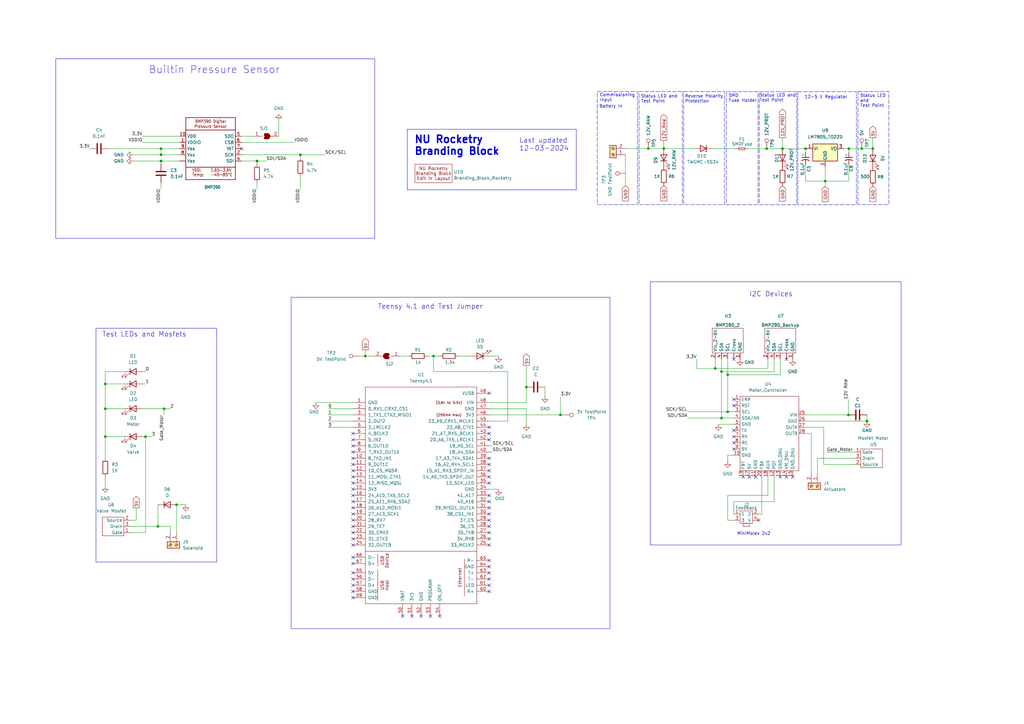
<source format=kicad_sch>
(kicad_sch (version 20230121) (generator eeschema)
  (paper "A3")
  (title_block (title "Spaceport 2024: Payload") (date "2024-03-12") (rev "Rev 1") (company "NuRocketry"))
  (junction (at 347.98 170.18))
  (junction (at 356.87 -32.385))
  (junction (at 123.19 63.5))
  (junction (at 334.01 -27.305))
  (junction (at 66.04 63.5))
  (junction (at 348.1578 60.96))
  (junction (at 105.41 66.04))
  (junction (at 215.9 158.75))
  (junction (at 43.18 179.07))
  (junction (at 330.3778 60.96))
  (junction (at 229.87 170.18))
  (junction (at 66.04 66.04))
  (junction (at 66.04 60.96))
  (junction (at 374.65 -32.385))
  (junction (at 357.9876 60.9346))
  (junction (at 149.86 146.05))
  (junction (at 355.6 172.72))
  (junction (at 298.45 168.91))
  (junction (at 67.31 167.64))
  (junction (at 298.45 153.67))
  (junction (at 72.39 207.01))
  (junction (at 338.455 74.2696))
  (junction (at 43.18 157.48))
  (junction (at 43.18 167.64))
  (junction (at 64.77 215.9))
  (junction (at 295.91 152.4))
  (junction (at 313.69 -40.005))
  (junction (at 272.2626 60.9092))
  (junction (at 293.37 151.13))
  (junction (at 228.6 -33.655))
  (junction (at 59.69 179.07))
  (junction (at 320.929 60.96))
  (junction (at 295.91 171.45))
  (junction (at 177.8 146.05))
  (junction (at 281.305 -33.655))
  (junction (at 265.9126 60.9092))
  (junction (at 234.95 -33.655))
  (junction (at 314.452 60.96))
  (junction (at 353.441 60.9346))
  (no_connect (at 144.78 185.42))
  (no_connect (at 322.58 147.32))
  (no_connect (at 144.78 210.82))
  (no_connect (at 144.78 180.34))
  (no_connect (at 180.34 252.73))
  (no_connect (at 200.66 220.98))
  (no_connect (at 144.78 234.95))
  (no_connect (at 144.78 245.11))
  (no_connect (at 200.66 175.26))
  (no_connect (at 300.99 163.83))
  (no_connect (at 311.15 213.36))
  (no_connect (at 144.78 190.5))
  (no_connect (at 300.99 147.32))
  (no_connect (at 307.34 195.58))
  (no_connect (at 144.78 215.9))
  (no_connect (at 200.66 223.52))
  (no_connect (at 304.8 195.58))
  (no_connect (at 144.78 231.14))
  (no_connect (at 322.58 195.58))
  (no_connect (at 144.78 208.28))
  (no_connect (at 144.78 218.44))
  (no_connect (at 320.04 195.58))
  (no_connect (at 200.66 193.04))
  (no_connect (at 144.78 223.52))
  (no_connect (at 168.91 252.73))
  (no_connect (at 325.12 195.58))
  (no_connect (at 144.78 237.49))
  (no_connect (at 200.66 229.87))
  (no_connect (at 165.1 252.73))
  (no_connect (at 144.78 242.57))
  (no_connect (at 300.99 176.53))
  (no_connect (at 200.66 180.34))
  (no_connect (at 200.66 161.29))
  (no_connect (at 200.66 237.49))
  (no_connect (at 144.78 203.2))
  (no_connect (at 200.66 213.36))
  (no_connect (at 99.06 60.96))
  (no_connect (at 200.66 190.5))
  (no_connect (at 144.78 220.98))
  (no_connect (at 200.66 232.41))
  (no_connect (at 176.53 252.73))
  (no_connect (at 200.66 210.82))
  (no_connect (at 300.99 184.15))
  (no_connect (at 200.66 205.74))
  (no_connect (at 144.78 187.96))
  (no_connect (at 309.88 195.58))
  (no_connect (at 200.66 215.9))
  (no_connect (at 172.72 252.73))
  (no_connect (at 144.78 213.36))
  (no_connect (at 200.66 198.12))
  (no_connect (at 200.66 177.8))
  (no_connect (at 144.78 177.8))
  (no_connect (at 144.78 240.03))
  (no_connect (at 200.66 218.44))
  (no_connect (at 200.66 234.95))
  (no_connect (at 300.99 166.37))
  (no_connect (at 200.66 195.58))
  (no_connect (at 144.78 205.74))
  (no_connect (at 144.78 228.6))
  (no_connect (at 200.66 187.96))
  (no_connect (at 144.78 200.66))
  (no_connect (at 144.78 182.88))
  (no_connect (at 200.66 242.57))
  (no_connect (at 300.99 179.07))
  (no_connect (at 144.78 198.12))
  (no_connect (at 200.66 203.2))
  (no_connect (at 200.66 208.28))
  (no_connect (at 144.78 195.58))
  (no_connect (at 144.78 193.04))
  (no_connect (at 200.66 240.03))
  (no_connect (at 300.99 181.61))
  (wire (pts (xy 234.95 -31.115) (xy 234.95 -33.655)))
  (wire (pts (xy 374.65 -32.385) (xy 374.65 -29.845)))
  (wire (pts (xy 43.18 167.64) (xy 43.18 179.07)))
  (wire (pts (xy 292.1 -23.495) (xy 292.1 -26.035)))
  (wire (pts (xy 256.5146 60.9092) (xy 265.9126 60.9092)))
  (wire (pts (xy 334.01 -28.575) (xy 334.01 -27.305)))
  (wire (pts (xy 357.9876 60.9346) (xy 357.9876 61.1124)))
  (wire (pts (xy 99.06 66.04) (xy 105.41 66.04)))
  (wire (pts (xy 200.66 170.18) (xy 229.87 170.18)))
  (wire (pts (xy 374.65 -32.385) (xy 374.65 -40.005)))
  (wire (pts (xy 53.34 213.36) (xy 55.88 213.36)))
  (wire (pts (xy 298.45 147.32) (xy 298.45 153.67)))
  (wire (pts (xy 43.18 157.48) (xy 43.18 167.64)))
  (wire (pts (xy 374.65 -32.385) (xy 386.08 -32.385)))
  (wire (pts (xy 76.2 207.01) (xy 72.39 207.01)))
  (wire (pts (xy 55.88 213.36) (xy 55.88 208.28)))
  (wire (pts (xy 175.26 146.05) (xy 177.8 146.05)))
  (wire (pts (xy 67.31 167.64) (xy 58.42 167.64)))
  (wire (pts (xy 356.87 -32.385) (xy 356.87 -29.845)))
  (wire (pts (xy 355.6 170.18) (xy 355.6 172.72)))
  (wire (pts (xy 43.18 157.48) (xy 43.18 152.4)))
  (wire (pts (xy 313.69 -45.085) (xy 313.69 -40.005)))
  (wire (pts (xy 66.04 77.47) (xy 66.04 74.93)))
  (wire (pts (xy 265.9126 60.9092) (xy 272.2626 60.9092)))
  (wire (pts (xy 44.45 60.96) (xy 66.04 60.96)))
  (wire (pts (xy 317.5 205.74) (xy 300.99 205.74)))
  (wire (pts (xy 64.77 207.01) (xy 64.77 215.9)))
  (wire (pts (xy 317.5 152.4) (xy 317.5 147.32)))
  (wire (pts (xy 281.305 -33.655) (xy 284.48 -33.655)))
  (wire (pts (xy 177.8 152.4) (xy 208.28 152.4)))
  (wire (pts (xy 294.64 173.99) (xy 300.99 173.99)))
  (wire (pts (xy 134.62 175.26) (xy 144.78 175.26)))
  (wire (pts (xy 313.69 -40.005) (xy 328.93 -40.005)))
  (wire (pts (xy 177.8 152.4) (xy 177.8 146.05)))
  (wire (pts (xy 293.37 151.13) (xy 314.96 151.13)))
  (wire (pts (xy 215.9 149.86) (xy 215.9 158.75)))
  (wire (pts (xy 215.9 167.64) (xy 200.66 167.64)))
  (wire (pts (xy 59.69 179.07) (xy 59.69 218.44)))
  (wire (pts (xy 298.45 153.67) (xy 298.45 168.91)))
  (wire (pts (xy 123.19 77.47) (xy 123.19 72.39)))
  (wire (pts (xy 59.69 157.48) (xy 58.42 157.48)))
  (wire (pts (xy 339.09 185.42) (xy 350.52 185.42)))
  (wire (pts (xy 347.98 170.18) (xy 330.2 170.18)))
  (wire (pts (xy 295.91 152.4) (xy 317.5 152.4)))
  (wire (pts (xy 347.98 -32.385) (xy 356.87 -32.385)))
  (wire (pts (xy 208.28 172.72) (xy 208.28 152.4)))
  (wire (pts (xy 347.98 163.83) (xy 347.98 170.18)))
  (wire (pts (xy 256.5146 63.4492) (xy 256.5146 76.1492)))
  (wire (pts (xy 163.83 146.05) (xy 167.64 146.05)))
  (wire (pts (xy 200.66 146.05) (xy 204.47 146.05)))
  (wire (pts (xy 300.99 205.74) (xy 300.99 210.82)))
  (wire (pts (xy 105.41 66.04) (xy 109.22 66.04)))
  (wire (pts (xy 330.3778 73.3044) (xy 330.3778 67.6148)))
  (wire (pts (xy 69.85 218.44) (xy 69.85 215.9)))
  (wire (pts (xy 134.62 172.72) (xy 144.78 172.72)))
  (wire (pts (xy 301.752 60.96) (xy 292.3286 60.96)))
  (wire (pts (xy 43.18 152.4) (xy 50.8 152.4)))
  (wire (pts (xy 66.04 66.04) (xy 66.04 67.31)))
  (wire (pts (xy 43.18 195.58) (xy 43.18 199.39)))
  (wire (pts (xy 134.62 167.64) (xy 144.78 167.64)))
  (wire (pts (xy 54.61 66.04) (xy 66.04 66.04)))
  (wire (pts (xy 295.91 147.32) (xy 295.91 152.4)))
  (wire (pts (xy 228.6 -33.655) (xy 232.41 -33.655)))
  (wire (pts (xy 348.1578 67.6148) (xy 348.1578 74.2696)))
  (wire (pts (xy 67.31 170.18) (xy 67.31 167.64)))
  (wire (pts (xy 314.96 195.58) (xy 314.96 203.2)))
  (wire (pts (xy 105.41 77.47) (xy 105.41 74.93)))
  (wire (pts (xy 330.3778 60.96) (xy 330.3778 62.5348)))
  (wire (pts (xy 105.41 66.04) (xy 105.41 67.31)))
  (wire (pts (xy 311.15 210.82) (xy 312.42 210.82)))
  (wire (pts (xy 278.765 -33.655) (xy 281.305 -33.655)))
  (wire (pts (xy 281.305 -37.465) (xy 281.305 -33.655)))
  (wire (pts (xy 295.91 171.45) (xy 281.94 171.45)))
  (wire (pts (xy 215.9 165.1) (xy 200.66 165.1)))
  (wire (pts (xy 337.82 175.26) (xy 337.82 190.5)))
  (wire (pts (xy 177.8 146.05) (xy 180.34 146.05)))
  (wire (pts (xy 314.96 151.13) (xy 314.96 147.32)))
  (wire (pts (xy 295.91 171.45) (xy 300.99 171.45)))
  (wire (pts (xy 314.96 203.2) (xy 298.45 203.2)))
  (wire (pts (xy 134.62 170.18) (xy 144.78 170.18)))
  (wire (pts (xy 298.45 203.2) (xy 298.45 213.36)))
  (wire (pts (xy 285.75 151.13) (xy 293.37 151.13)))
  (wire (pts (xy 295.91 152.4) (xy 295.91 171.45)))
  (wire (pts (xy 58.42 55.88) (xy 73.66 55.88)))
  (wire (pts (xy 234.95 -33.655) (xy 240.03 -33.655)))
  (wire (pts (xy 320.929 60.96) (xy 330.3778 60.96)))
  (wire (pts (xy 298.45 168.91) (xy 281.94 168.91)))
  (wire (pts (xy 223.52 162.56) (xy 223.52 158.75)))
  (wire (pts (xy 99.06 55.88) (xy 104.14 55.88)))
  (wire (pts (xy 147.32 146.05) (xy 149.86 146.05)))
  (wire (pts (xy 338.455 74.2696) (xy 348.1578 74.2696)))
  (wire (pts (xy 123.19 63.5) (xy 133.35 63.5)))
  (wire (pts (xy 234.95 -40.005) (xy 234.95 -33.655)))
  (wire (pts (xy 43.18 157.48) (xy 50.8 157.48)))
  (wire (pts (xy 215.9 173.99) (xy 215.9 167.64)))
  (wire (pts (xy 59.69 152.4) (xy 58.42 152.4)))
  (wire (pts (xy 330.2 177.8) (xy 332.74 177.8)))
  (wire (pts (xy 66.04 63.5) (xy 73.66 63.5)))
  (wire (pts (xy 357.9876 56.4642) (xy 357.9876 60.9346)))
  (wire (pts (xy 187.96 146.05) (xy 193.04 146.05)))
  (wire (pts (xy 271.145 -33.655) (xy 259.08 -33.655)))
  (wire (pts (xy 59.69 179.07) (xy 58.42 179.07)))
  (wire (pts (xy 54.61 63.5) (xy 66.04 63.5)))
  (wire (pts (xy 149.86 143.51) (xy 149.86 146.05)))
  (wire (pts (xy 228.6 -38.735) (xy 228.6 -33.655)))
  (wire (pts (xy 64.77 215.9) (xy 53.34 215.9)))
  (wire (pts (xy 272.2626 57.6072) (xy 272.2626 60.9092)))
  (wire (pts (xy 338.455 68.58) (xy 338.455 74.2696)))
  (wire (pts (xy 338.455 74.2696) (xy 338.455 76.4032)))
  (wire (pts (xy 334.01 -27.305) (xy 336.55 -27.305)))
  (wire (pts (xy 114.3 49.53) (xy 114.3 55.88)))
  (wire (pts (xy 62.23 179.07) (xy 59.69 179.07)))
  (wire (pts (xy 72.39 207.01) (xy 72.39 218.44)))
  (wire (pts (xy 320.04 153.67) (xy 320.04 147.32)))
  (wire (pts (xy 332.74 177.8) (xy 332.74 194.31)))
  (wire (pts (xy 353.441 60.9346) (xy 357.9876 60.9346)))
  (wire (pts (xy 292.3286 60.96) (xy 292.3286 60.9092)))
  (wire (pts (xy 43.18 179.07) (xy 50.8 179.07)))
  (wire (pts (xy 304.8 -36.195) (xy 304.8 -33.655)))
  (wire (pts (xy 69.85 215.9) (xy 64.77 215.9)))
  (wire (pts (xy 346.075 60.96) (xy 348.1578 60.96)))
  (wire (pts (xy 353.441 60.96) (xy 353.441 60.9346)))
  (wire (pts (xy 201.93 185.42) (xy 200.66 185.42)))
  (wire (pts (xy 99.06 58.42) (xy 120.65 58.42)))
  (wire (pts (xy 312.42 210.82) (xy 312.42 195.58)))
  (wire (pts (xy 330.4032 74.2696) (xy 338.455 74.2696)))
  (wire (pts (xy 285.75 147.32) (xy 285.75 151.13)))
  (wire (pts (xy 58.42 58.42) (xy 73.66 58.42)))
  (wire (pts (xy 123.19 64.77) (xy 123.19 63.5)))
  (wire (pts (xy 232.41 -40.005) (xy 232.41 -33.655)))
  (wire (pts (xy 99.06 63.5) (xy 123.19 63.5)))
  (wire (pts (xy 231.14 170.18) (xy 229.87 170.18)))
  (wire (pts (xy 330.4032 73.3044) (xy 330.4032 74.2696)))
  (wire (pts (xy 200.66 172.72) (xy 208.28 172.72)))
  (wire (pts (xy 293.37 147.32) (xy 293.37 151.13)))
  (wire (pts (xy 66.04 60.96) (xy 73.66 60.96)))
  (wire (pts (xy 336.55 -28.575) (xy 336.55 -27.305)))
  (wire (pts (xy 229.87 162.56) (xy 229.87 170.18)))
  (wire (pts (xy 59.69 218.44) (xy 53.34 218.44)))
  (wire (pts (xy 334.01 -27.305) (xy 334.01 -22.225)))
  (wire (pts (xy 149.86 146.05) (xy 153.67 146.05)))
  (wire (pts (xy 330.3778 60.96) (xy 330.835 60.96)))
  (wire (pts (xy 298.45 186.69) (xy 300.99 186.69)))
  (wire (pts (xy 215.9 158.75) (xy 215.9 165.1)))
  (wire (pts (xy 356.87 -32.385) (xy 361.95 -32.385)))
  (wire (pts (xy 330.4032 73.3044) (xy 330.3778 73.3044)))
  (wire (pts (xy 129.54 165.1) (xy 144.78 165.1)))
  (wire (pts (xy 66.04 66.04) (xy 73.66 66.04)))
  (wire (pts (xy 43.18 187.96) (xy 43.18 179.07)))
  (wire (pts (xy 67.31 167.64) (xy 69.85 167.64)))
  (wire (pts (xy 259.08 -37.465) (xy 259.08 -33.655)))
  (wire (pts (xy 369.57 -32.385) (xy 374.65 -32.385)))
  (wire (pts (xy 200.66 200.66) (xy 204.47 200.66)))
  (wire (pts (xy 320.929 56.515) (xy 320.929 60.96)))
  (wire (pts (xy 314.452 60.96) (xy 320.929 60.96)))
  (wire (pts (xy 224.79 -33.655) (xy 228.6 -33.655)))
  (wire (pts (xy 335.28 187.96) (xy 350.52 187.96)))
  (wire (pts (xy 348.1578 60.96) (xy 353.441 60.96)))
  (wire (pts (xy 298.45 153.67) (xy 320.04 153.67)))
  (wire (pts (xy 348.1578 62.5348) (xy 348.1578 60.96)))
  (wire (pts (xy 335.28 187.96) (xy 335.28 194.31)))
  (wire (pts (xy 313.69 -40.005) (xy 313.69 -37.465)))
  (wire (pts (xy 306.832 60.96) (xy 314.452 60.96)))
  (wire (pts (xy 330.2 175.26) (xy 337.82 175.26)))
  (wire (pts (xy 66.04 63.5) (xy 66.04 60.96)))
  (wire (pts (xy 299.72 -33.655) (xy 304.8 -33.655)))
  (wire (pts (xy 330.2 172.72) (xy 355.6 172.72)))
  (wire (pts (xy 313.69 -29.845) (xy 313.69 -22.225)))
  (wire (pts (xy 298.45 213.36) (xy 300.99 213.36)))
  (wire (pts (xy 298.45 168.91) (xy 300.99 168.91)))
  (wire (pts (xy 298.45 189.23) (xy 298.45 186.69)))
  (wire (pts (xy 50.8 167.64) (xy 43.18 167.64)))
  (wire (pts (xy 272.2626 60.9092) (xy 284.7086 60.9092)))
  (wire (pts (xy 374.65 -40.005) (xy 347.98 -40.005)))
  (wire (pts (xy 353.441 60.9346) (xy 353.441 60.9092)))
  (wire (pts (xy 317.5 195.58) (xy 317.5 205.74)))
  (wire (pts (xy 201.93 182.88) (xy 200.66 182.88)))
  (wire (pts (xy 337.82 190.5) (xy 350.52 190.5)))
  (rectangle (start 119.38 121.92) (end 250.19 257.81))
  (rectangle (start 327.2536 37.592) (end 351.2566 83.947) (stroke (width 0) (type dash)))
  (rectangle (start 262.1026 37.5412) (end 279.8826 83.8962) (stroke (width 0) (type dash)))
  (rectangle (start 266.7 115.57) (end 369.57 223.52))
  (rectangle (start 280.3906 37.5412) (end 297.1546 83.8962) (stroke (width 0) (type dash)))
  (rectangle (start 256.54 -69.215) (end 407.67 -1.905))
  (rectangle (start 351.8916 37.5412) (end 364.5916 83.8962) (stroke (width 0) (type dash)))
  (rectangle (start 311.404 37.592) (end 326.7456 83.947) (stroke (width 0) (type dash)))
  (rectangle (start 22.86 24.13) (end 153.67 97.79))
  (rectangle (start 167.005 52.9844) (end 236.347 77.8764))
  (rectangle (start 297.942 37.592) (end 310.896 83.947) (stroke (width 0) (type dash)))
  (rectangle (start 213.36 -84.455) (end 407.67 -1.905))
  (rectangle (start 39.37 134.62) (end 88.9 230.505))
  (rectangle (start 244.9576 37.5412) (end 261.4676 83.8962) (stroke (width 0) (type dash)))
  (text "Reverse Polarity \nProtection" (at 280.8986 42.3672 0) (effects (font (size 1.27 1.27)) (justify left bottom)))
  (text "Status LED and\nTest Point" (at 262.8646 42.3672 0) (effects (font (size 1.27 1.27)) (justify left bottom)))
  (text "Last updated\n12-03-2024" (at 212.979 62.1284 0) (effects (font (size 2 2)) (justify left bottom)))
  (text "Commissioning\nInput" (at 245.9736 41.8592 0) (effects (font (size 1.27 1.27)) (justify left bottom)))
  (text "14.7V to 5V\nUse on or the other" (at 300.99 -62.865 0) (effects (font (size 1.5 1.5)) (justify left bottom)))
  (text "MiniMolex 2x2\n" (at 302.26 219.71 0) (effects (font (size 1.27 1.27)) (justify left bottom)))
  (text "Power" (at 292.1 -78.105 0) (effects (font (size 2 2)) (justify left bottom)))
  (text "12-5 V Regulator" (at 329.9714 40.64 0) (effects (font (size 1.27 1.27)) (justify left bottom)))
  (text "Builtin Pressure Sensor\n" (at 60.96 30.48 0) (effects (font (size 3 3)) (justify left bottom)))
  (text "SMD\nFuse Holder" (at 298.8056 42.0878 0) (effects (font (size 1.27 1.27)) (justify left bottom)))
  (text "NU Rocketry\nBranding Block" (at 169.799 63.9064 0) (effects (font (size 3 3) (thickness 0.6) bold) (justify left bottom)))
  (text "I2C Devices\n" (at 307.34 121.92 0) (effects (font (size 2 2)) (justify left bottom)))
  (text "Buck Converter\n14.7V to 5V\n" (at 332.74 -55.245 0) (effects (font (size 1.5 1.5)) (justify left bottom)))
  (text "Battery In" (at 245.745 44.45 0) (effects (font (size 1.27 1.27)) (justify left bottom)))
  (text "Status LED\nand\nTest Point" (at 352.7552 44.1706 0) (effects (font (size 1.27 1.27)) (justify left bottom)))
  (text "Test LEDs and Mosfets\n" (at 41.91 138.43 0) (effects (font (size 2 2)) (justify left bottom)))
  (text "Status LED and\nTest Point" (at 311.5056 41.9862 0) (effects (font (size 1.27 1.27)) (justify left bottom)))
  (text "Voltage Regulator\n14.7V to 5V\n" (at 284.48 -43.815 0) (effects (font (size 1.5 1.5)) (justify left bottom)))
  (text "Teensy 4.1 and Test Jumper" (at 154.94 127 0) (effects (font (size 2 2)) (justify left bottom)))
  (label "SDI{slash}SDA" (at 109.22 66.04 0))
  (label "3.3V" (at 58.42 55.88 180))
  (label "2" (at 134.62 172.72 0))
  (label "SDI{slash}SDA" (at 201.93 185.42 0))
  (label "SCK{slash}SCL" (at 281.94 168.91 180))
  (label "SDI{slash}SDA" (at 281.94 171.45 180))
  (label "3" (at 134.62 175.26 0))
  (label "VDDIO" (at 105.41 77.47 270))
  (label "3.3V" (at 36.83 60.96 180))
  (label "3.3V" (at 229.87 162.56 0))
  (label "1" (at 134.62 170.18 0))
  (label "0" (at 59.69 152.4 0))
  (label "VDDIO" (at 120.65 58.42 0))
  (label "Gate_Motor" (at 339.09 185.42 0))
  (label "VDDIO" (at 123.19 77.47 270))
  (label "12V PROTECTED" (at 313.69 -45.085 90))
  (label "2" (at 69.85 167.64 0))
  (label "VDDIO" (at 66.04 77.47 270))
  (label "0" (at 134.62 167.64 0))
  (label "SCK{slash}SCL" (at 201.93 182.88 0))
  (label "12V RAW" (at 259.08 -37.465 90))
  (label "3.3V" (at 285.75 147.32 180))
  (label "3" (at 62.23 179.07 0))
  (label "12V PROTECTED" (at 281.305 -37.465 90))
  (label "VDDIO" (at 58.42 58.42 180))
  (label "12V RAW" (at 347.98 163.83 90))
  (label "1" (at 59.69 157.48 0))
  (label "Gate_Motor" (at 67.31 170.18 270))
  (label "SCK{slash}SCL" (at 133.35 63.5 0))
  (label "12V RAW" (at 228.6 -38.735 180))
  (global_label "5V" (shape output) (at 55.88 208.28 90) (property "Intersheetrefs" "${INTERSHEET_REFS}" (effects hide)))
  (global_label "GND" (shape input) (at 357.9876 76.3524 270) (property "Intersheetrefs" "${INTERSHEET_REFS}" (effects hide)))
  (global_label "5V" (shape output) (at 357.9876 56.4642 90) (property "Intersheetrefs" "${INTERSHEET_REFS}" (effects hide)))
  (global_label "5V" (shape output) (at 149.86 143.51 90) (property "Intersheetrefs" "${INTERSHEET_REFS}" (effects hide)))
  (global_label "GND" (shape input) (at 272.2626 76.1492 270) (property "Intersheetrefs" "${INTERSHEET_REFS}" (effects hide)))
  (global_label "12V_PROT" (shape output) (at 320.929 56.515 90) (property "Intersheetrefs" "${INTERSHEET_REFS}" (effects hide)))
  (global_label "5V" (shape output) (at 215.9 149.86 90) (property "Intersheetrefs" "${INTERSHEET_REFS}" (effects hide)))
  (global_label "GND" (shape input) (at 256.5146 76.1492 270) (property "Intersheetrefs" "${INTERSHEET_REFS}" (effects hide)))
  (global_label "GND" (shape input) (at 320.929 76.2 270) (property "Intersheetrefs" "${INTERSHEET_REFS}" (effects hide)))
  (global_label "GND" (shape input) (at 338.455 76.4032 270) (property "Intersheetrefs" "${INTERSHEET_REFS}" (effects hide)))
  (global_label "12V_RAW" (shape output) (at 272.2626 57.6072 90) (property "Intersheetrefs" "${INTERSHEET_REFS}" (effects hide)))
  (symbol (lib_id "Device:R") (at 272.2626 72.3392 0) (unit 1)
    (property "Reference" "R6" (at 274.0406 72.3392 0) (effects (justify left)))
    (property "Value" "1K" (at 268.1986 72.3392 0) (effects (justify left)))
    (property "Footprint" "Resistor_SMD:R_1206_3216Metric" (effects hide))
  )
  (symbol (lib_id "Regulator_Linear:LM7805_TO220") (at 338.455 60.96 0) (unit 1)
    (property "Reference" "U9" (at 338.455 53.467 0))
    (property "Value" "LM7805_TO220" (at 338.455 56.134 0))
    (property "Footprint" "Package_TO_SOT_THT:TO-220-3_Vertical" (effects hide))
    (property "Datasheet" "https://www.onsemi.cn/PowerSolutions/document/MC7800-D.PDF" (effects hide))
  )
  (symbol (lib_id "Device:C") (at 66.04 71.12 0) (unit 1)
    (property "Reference" "C3" (at 69.85 69.85 0) (effects (justify left)))
    (property "Value" "0.1nF" (at 69.85 72.39 0) (effects (justify left)))
    (property "Footprint" "Capacitor_SMD:C_1206_3216Metric_Pad1.33x1.80mm_HandSolder" (effects hide))
  )
  (symbol (lib_id "Connector:TestPoint") (at 147.32 146.05 90) (unit 1)
    (property "Reference" "TP2" (at 135.89 144.78 90))
    (property "Value" "5V TestPoint" (at 135.89 147.32 90))
    (property "Footprint" "TestPoint:TestPoint_Pad_1.0x1.0mm" (effects hide))
  )
  (symbol (lib_id "Connector:TestPoint") (at 224.79 -33.655 90) (unit 1)
    (property "Reference" "TP1" (at 220.98 -31.115 90))
    (property "Value" "12V TestPoint" (at 220.98 -28.575 90))
    (property "Footprint" "TestPoint:TestPoint_Loop_D1.80mm_Drill1.0mm_Beaded" (effects hide))
  )
  (symbol (lib_id "Device:R") (at 123.19 68.58 0) (unit 1)
    (property "Reference" "R4" (at 125.73 67.31 0) (effects (justify left)))
    (property "Value" "4.7k" (at 125.73 69.85 0) (effects (justify left)))
    (property "Footprint" "Resistor_SMD:R_1206_3216Metric_Pad1.30x1.75mm_HandSolder" (effects hide))
  )
  (symbol (lib_id "Connector:TestPoint") (at 265.9126 60.9092 0) (unit 1)
    (property "Reference" "TP5" (at 268.1478 60.5028 90) (effects (justify left)))
    (property "Value" "12V_RAW" (at 265.9126 55.7276 90) (effects (justify left)))
    (property "Footprint" "TestPoint:TestPoint_Loop_D1.80mm_Drill1.0mm_Beaded" (effects hide))
  )
  (symbol (lib_id "Device:C") (at 313.69 -33.655 0) (unit 1)
    (property "Reference" "C6" (at 317.5 -34.925 0) (effects (justify left)))
    (property "Value" "100 uF" (at 317.5 -32.385 0) (effects (justify left)))
    (property "Footprint" "Capacitor_SMD:C_1206_3216Metric_Pad1.33x1.80mm_HandSolder" (effects hide))
  )
  (symbol (lib_id "Device:R") (at 43.18 191.77 0) (unit 1)
    (property "Reference" "R3" (at 45.72 190.5 0) (effects (justify left)))
    (property "Value" "1K" (at 45.72 193.04 0) (effects (justify left)))
    (property "Footprint" "Resistor_SMD:R_1206_3216Metric_Pad1.30x1.75mm_HandSolder" (effects hide))
  )
  (symbol (lib_id "power:GND") (at 76.2 207.01 0) (unit 1)
    (property "Reference" "#PWR017" (effects hide))
    (property "Value" "GND" (at 76.2 212.09 0))
  )
  (symbol (lib_id "power:GND") (at 355.6 172.72 0) (unit 1)
    (property "Reference" "#PWR011" (effects hide))
    (property "Value" "GND" (at 355.6 176.53 0))
  )
  (symbol (lib_id "power:GND") (at 294.64 173.99 0) (unit 1)
    (property "Reference" "#PWR010" (effects hide))
    (property "Value" "GND" (at 294.64 179.07 0))
  )
  (symbol (lib_id "power:GND") (at 204.47 200.66 0) (unit 1)
    (property "Reference" "#PWR015" (effects hide))
    (property "Value" "GND" (at 207.01 204.47 0) (effects (justify right)))
  )
  (symbol (lib_id "Device:R") (at 357.9876 72.5424 0) (unit 1)
    (property "Reference" "R8" (at 359.7656 72.5424 0) (effects (justify left)))
    (property "Value" "500" (at 352.9076 72.4154 0) (effects (justify left)))
    (property "Footprint" "Resistor_SMD:R_1206_3216Metric" (effects hide))
  )
  (symbol (lib_id "Device:C") (at 351.79 170.18 90) (unit 1)
    (property "Reference" "C1" (at 351.79 166.37 90))
    (property "Value" "C" (at 351.79 163.83 90))
    (property "Footprint" "Capacitor_SMD:C_1206_3216Metric_Pad1.33x1.80mm_HandSolder" (effects hide))
  )
  (symbol (lib_id "Sensors:MiniMolex") (at 304.8 213.36 0) (unit 1)
    (property "Reference" "J2" (at 306.07 207.01 0))
    (property "Value" "Feedback" (at 306.07 208.28 0))
    (property "Footprint" "Connector_Molex:Molex_Mini-Fit_Jr_5566-04A_2x02_P4.20mm_Vertical" (effects hide))
  )
  (symbol (lib_id "Regulator_Linear:LM7805_TO220") (at 292.1 -33.655 0) (unit 1)
    (property "Reference" "U8" (at 292.1 -40.005 0))
    (property "Value" "LM7805_TO220" (at 292.1 -37.465 0))
    (property "Footprint" "Package_TO_SOT_THT:TO-220-3_Vertical" (effects hide))
    (property "Datasheet" "https://www.onsemi.cn/PowerSolutions/document/MC7800-D.PDF" (effects hide))
  )
  (symbol (lib_name "Mosfet_IRF5305PbF_1") (lib_id "Sensors:Mosfet_IRF5305PbF") (at 52.07 215.9 90) (unit 1)
    (property "Reference" "U6" (at 46.99 207.01 90) (effects (justify left)))
    (property "Value" "Valve Mosfet" (at 45.72 209.55 90))
    (property "Footprint" "Package_TO_SOT_THT:TO-220-3_Vertical" (effects hide))
    (property "Datasheet" "https://www.digikey.com.au/en/products/detail/infineon-technologies/IRF530NPBF/811762" (effects hide))
  )
  (symbol (lib_id "power:GND") (at 54.61 66.04 270) (unit 1)
    (property "Reference" "#PWR026" (effects hide))
    (property "Value" "GND" (at 50.8 66.04 90) (effects (justify right)))
  )
  (symbol (lib_id "Sensors:Pimoroni_BMP280") (at 298.45 147.32 0) (unit 1)
    (property "Reference" "U3" (at 297.18 129.54 0) (effects (justify left)))
    (property "Value" "BMP280_2" (at 298.45 133.35 0))
    (property "Footprint" "Connector_Molex:Molex_Mini-Fit_Jr_5566-04A_2x02_P4.20mm_Vertical" (effects hide))
    (property "Datasheet" "https://core-electronics.com.au/pimoroni-bmp280-breakout-temperature-pressure-altitude-sensor.html" (effects hide))
  )
  (symbol (lib_id "power:GND") (at 215.9 173.99 0) (unit 1)
    (property "Reference" "#PWR07" (effects hide))
    (property "Value" "GND" (at 215.9 179.07 0))
  )
  (symbol (lib_id "Device:LED") (at 357.9876 64.9224 90) (unit 1)
    (property "Reference" "D12" (at 354.7364 64.9224 0))
    (property "Value" "5V" (at 362.0516 64.9224 0))
    (property "Footprint" "LED_SMD:LED_1206_3216Metric" (effects hide))
  )
  (symbol (lib_id "power:GND") (at 374.65 -22.225 0) (unit 1)
    (property "Reference" "#PWR022" (effects hide))
    (property "Value" "GND" (at 374.65 -17.145 0))
  )
  (symbol (lib_id "Sensors:Motor_Controller") (at 311.15 179.07 0) (unit 1)
    (property "Reference" "U4" (at 314.96 157.48 0))
    (property "Value" "Motor_Controller" (at 314.96 160.02 0))
    (property "Footprint" "SPAC:JRK21V3" (effects hide))
  )
  (symbol (lib_id "power:GND") (at 204.47 146.05 0) (unit 1)
    (property "Reference" "#PWR06" (effects hide))
    (property "Value" "GND" (at 204.47 150.495 0))
  )
  (symbol (lib_id "Sensors:Pimoroni_BMP280") (at 320.04 147.32 0) (unit 1)
    (property "Reference" "U7" (at 318.77 129.54 0) (effects (justify left)))
    (property "Value" "BMP280_Backup" (at 320.04 133.35 0))
    (property "Footprint" "Connector_PinHeader_2.54mm:PinHeader_1x05_P2.54mm_Vertical" (effects hide))
    (property "Datasheet" "https://core-electronics.com.au/pimoroni-bmp280-breakout-temperature-pressure-altitude-sensor.html" (effects hide))
  )
  (symbol (lib_id "power:GND") (at 223.52 162.56 0) (unit 1)
    (property "Reference" "#PWR02" (effects hide))
    (property "Value" "GND" (at 223.52 167.64 0))
  )
  (symbol (lib_id "Device:C") (at 40.64 60.96 90) (unit 1)
    (property "Reference" "C4" (at 40.64 53.34 90))
    (property "Value" "0.1nF" (at 40.64 55.88 90))
    (property "Footprint" "Capacitor_SMD:C_1206_3216Metric_Pad1.33x1.80mm_HandSolder" (effects hide))
  )
  (symbol (lib_id "teensy:Teensy4.1") (at 172.72 219.71 0) (unit 1)
    (property "Reference" "U1" (at 172.72 153.67 0))
    (property "Value" "Teensy4.1" (at 172.72 156.21 0))
    (property "Footprint" "teensy:Teensy41" (effects hide))
    (property "Datasheet" "https://www.pjrc.com/store/teensy41.html" (effects hide))
  )
  (symbol (lib_id "power:GND") (at 234.95 -31.115 0) (unit 1)
    (property "Reference" "#PWR03" (effects hide))
    (property "Value" "GND" (at 234.95 -26.035 0))
  )
  (symbol (lib_id "Device:LED") (at 54.61 179.07 0) (unit 1)
    (property "Reference" "D4" (at 54.61 182.88 0))
    (property "Value" "Valve" (at 54.61 185.42 0))
    (property "Footprint" "Diode_SMD:D_1206_3216Metric_Pad1.42x1.75mm_HandSolder" (effects hide))
  )
  (symbol (lib_id "Device:LED") (at 54.61 167.64 0) (unit 1)
    (property "Reference" "D3" (at 54.61 171.45 0))
    (property "Value" "Motor" (at 54.61 173.99 0))
    (property "Footprint" "Diode_SMD:D_1206_3216Metric_Pad1.42x1.75mm_HandSolder" (effects hide))
  )
  (symbol (lib_id "Device:R") (at 105.41 71.12 0) (unit 1)
    (property "Reference" "R5" (at 107.95 69.85 0) (effects (justify left)))
    (property "Value" "4.7k" (at 107.95 72.39 0) (effects (justify left)))
    (property "Footprint" "Resistor_SMD:R_1206_3216Metric_Pad1.30x1.75mm_HandSolder" (effects hide))
  )
  (symbol (lib_id "Connector:TestPoint") (at 353.441 60.9092 0) (unit 1)
    (property "Reference" "TP7" (at 355.6762 60.5028 90) (effects (justify left)))
    (property "Value" "5V" (at 353.441 55.7276 90) (effects (justify left)))
    (property "Footprint" "TestPoint:TestPoint_Loop_D1.80mm_Drill1.0mm_Beaded" (effects hide))
  )
  (symbol (lib_id "BSPD-rescue:CP1_Small-Device") (at 330.3778 65.0748 0) (unit 1)
    (property "Reference" "C5" (at 331.7494 70.5104 90) (effects (justify left)))
    (property "Value" "0.1uF" (at 329.1586 71.9836 90) (effects (justify left)))
    (property "Footprint" "Capacitor_SMD:C_1206_3216Metric" (effects hide))
  )
  (symbol (lib_id "Device:LED") (at 196.85 146.05 180) (unit 1)
    (property "Reference" "D5" (at 196.85 142.24 0))
    (property "Value" "LED" (at 196.85 139.7 0))
    (property "Footprint" "Diode_SMD:D_1206_3216Metric_Pad1.42x1.75mm_HandSolder" (effects hide))
  )
  (symbol (lib_id "power:GND") (at 43.18 199.39 0) (unit 1)
    (property "Reference" "#PWR012" (effects hide))
    (property "Value" "GND" (at 43.18 204.47 0))
  )
  (symbol (lib_id "Connector:Screw_Terminal_01x02") (at 251.4346 63.4492 180) (unit 1)
    (property "Reference" "COMMISIONING_PWR1" (effects hide))
    (property "Value" "COMMISIONING_PWR" (effects hide))
    (property "Footprint" "Connector_Molex:Molex_Mini-Fit_Jr_5566-02A_2x01_P4.20mm_Vertical" (effects hide))
  )
  (symbol (lib_id "Device:R") (at 320.929 72.39 0) (unit 1)
    (property "Reference" "R7" (at 322.707 72.39 0) (effects (justify left)))
    (property "Value" "1K" (at 316.865 72.39 0) (effects (justify left)))
    (property "Footprint" "Resistor_SMD:R_1206_3216Metric" (effects hide))
  )
  (symbol (lib_id "power:GND") (at 303.53 147.32 0) (unit 1)
    (property "Reference" "#PWR09" (effects hide))
    (property "Value" "GND" (at 307.34 148.59 0))
  )
  (symbol (lib_id "Device:Fuse_Small") (at 304.292 60.96 0) (unit 1)
    (property "Reference" "F1" (at 304.292 57.15 0))
    (property "Value" "SMDFuse" (at 304.419 59.055 0))
    (property "Footprint" "NU Teams Footprints:Fuseholder_Littelfuse_Nano2_154x" (effects hide))
  )
  (symbol (lib_id "Device:LED") (at 272.2626 64.7192 90) (unit 1)
    (property "Reference" "D9" (at 268.9606 65.7352 0))
    (property "Value" "12V_RAW" (at 276.4282 65.6336 0))
    (property "Footprint" "LED_SMD:LED_1206_3216Metric" (effects hide))
  )
  (symbol (lib_id "Connector:Screw_Terminal_01x02") (at 72.39 223.52 270) (unit 1)
    (property "Reference" "J5" (at 74.93 222.25 90) (effects (justify left)))
    (property "Value" "Solenoid" (at 74.93 224.79 90) (effects (justify left)))
    (property "Footprint" "Connector_Molex:Molex_Micro-Fit_3.0_43045-0212_2x01_P3.00mm_Vertical" (effects hide))
  )
  (symbol (lib_id "power:+5V") (at 304.8 -36.195 0) (unit 1)
    (property "Reference" "#PWR08" (effects hide))
    (property "Value" "+5V" (at 304.8 -40.005 0))
  )
  (symbol (lib_id "power:GND") (at 114.3 49.53 180) (unit 1)
    (property "Reference" "#PWR027" (effects hide))
    (property "Value" "GND" (at 114.3 44.45 0))
  )
  (symbol (lib_id "BSPD-rescue:CP1_Small-Device") (at 348.1578 65.0748 0) (unit 1)
    (property "Reference" "C8" (at 349.123 70.4596 90) (effects (justify left)))
    (property "Value" "0.1uF" (at 346.9386 71.9836 90) (effects (justify left)))
    (property "Footprint" "Capacitor_SMD:C_1206_3216Metric" (effects hide))
  )
  (symbol (lib_id "Device:D_Zener") (at 288.5186 60.9092 180) (unit 1)
    (property "Reference" "D10" (at 289.7886 63.9572 0) (effects (justify left)))
    (property "Value" "TWGMC-SS34" (at 294.8178 66.3956 0) (effects (justify left)))
    (property "Footprint" "Diode_SMD:D_SMA_Handsoldering" (effects hide))
  )
  (symbol (lib_name "Mosfet_IRF5305PbF_1") (lib_id "Sensors:Mosfet_IRF5305PbF") (at 351.79 187.96 270) (unit 1)
    (property "Reference" "U5" (at 356.87 182.245 90) (effects (justify left)))
    (property "Value" "Mosfet Motor" (at 358.14 179.705 90))
    (property "Footprint" "Package_TO_SOT_THT:TO-220-3_Vertical" (effects hide))
    (property "Datasheet" "https://www.digikey.com.au/en/products/detail/infineon-technologies/IRF530NPBF/811762" (effects hide))
  )
  (symbol (lib_id "Connector:Screw_Terminal_01x02") (at 232.41 -45.085 90) (unit 1)
    (property "Reference" "J6" (at 237.49 -46.355 90) (effects (justify right)))
    (property "Value" "Battery In" (at 237.49 -43.815 90) (effects (justify right)))
    (property "Footprint" "Connector_Molex:Molex_Mini-Fit_Jr_5566-02A_2x01_P4.20mm_Vertical" (effects hide))
  )
  (symbol (lib_id "Rocketry_Payload_Main-eagle-import:microbuilder_SOLDERJUMPER") (at 158.75 146.05 180) (unit 1)
    (property "Reference" "SJ2" (at 161.29 148.59 0) (effects (font (size 1.27 1.0795)) (justify left bottom)))
    (property "Value" "SOLDERJUMPER" (effects hide))
    (property "Footprint" "TestPoint:TestPoint_2Pads_Pitch2.54mm_Drill0.8mm" (effects hide))
  )
  (symbol (lib_id "Device:LED") (at 320.929 64.77 90) (unit 1)
    (property "Reference" "D11" (at 318.6176 64.7192 0))
    (property "Value" "12V_PROT" (at 324.7136 65.6082 0))
    (property "Footprint" "LED_SMD:LED_1206_3216Metric" (effects hide))
  )
  (symbol (lib_id "power:GND") (at 129.54 165.1 0) (unit 1)
    (property "Reference" "#PWR014" (effects hide))
    (property "Value" "GND" (at 130.81 168.91 0) (effects (justify right)))
  )
  (symbol (lib_id "power:GND") (at 325.12 147.32 0) (unit 1)
    (property "Reference" "#PWR025" (effects hide))
    (property "Value" "GND" (at 325.12 152.4 0))
  )
  (symbol (lib_id "Connector:TestPoint") (at 256.54 71.12 90) (unit 1)
    (property "Reference" "TP3" (at 247.65 73.66 0))
    (property "Value" "GND TestPoint" (at 250.19 73.66 0))
    (property "Footprint" "TestPoint:TestPoint_Pad_1.0x1.0mm" (effects hide))
  )
  (symbol (lib_id "Device:C") (at 219.71 158.75 90) (unit 1)
    (property "Reference" "C2" (at 219.71 151.13 90))
    (property "Value" "C" (at 219.71 153.67 90))
    (property "Footprint" "Capacitor_SMD:C_1206_3216Metric_Pad1.33x1.80mm_HandSolder" (effects hide))
  )
  (symbol (lib_id "Device:LED") (at 54.61 157.48 0) (unit 1)
    (property "Reference" "D2" (at 54.61 161.29 0))
    (property "Value" "LED" (at 54.61 163.83 0))
    (property "Footprint" "Diode_SMD:D_1206_3216Metric_Pad1.42x1.75mm_HandSolder" (effects hide))
  )
  (symbol (lib_id "power:+5V") (at 386.08 -32.385 0) (unit 1)
    (property "Reference" "#PWR023" (effects hide))
    (property "Value" "+5V" (at 386.08 -37.465 0))
  )
  (symbol (lib_id "Rocketry_Payload_Main-eagle-import:microbuilder_SOLDERJUMPER") (at 109.22 55.88 0) (unit 1)
    (property "Reference" "SJ3" (at 106.68 53.34 0) (effects (font (size 1.27 1.0795)) (justify left bottom)))
    (property "Value" "SOLDERJUMPER" (effects hide))
    (property "Footprint" "Jumper:SolderJumper-2_P1.3mm_Open_RoundedPad1.0x1.5mm" (effects hide))
  )
  (symbol (lib_id "Device:L") (at 365.76 -32.385 90) (unit 1)
    (property "Reference" "L1" (at 365.76 -37.465 90))
    (property "Value" "330 uH" (at 365.76 -34.925 90))
    (property "Footprint" "Inductor_SMD:L_1206_3216Metric_Pad1.42x1.75mm_HandSolder" (effects hide))
    (property "Datasheet" "https://www.digikey.com.au/en/products/detail/vishay-dale/ILSB1206ERR33K/2575119" (effects hide))
  )
  (symbol (lib_id "Device:D") (at 274.955 -33.655 180) (unit 1)
    (property "Reference" "D7" (at 274.955 -39.37 0))
    (property "Value" "D" (at 274.955 -36.83 0))
    (property "Footprint" "Diode_SMD:D_1206_3216Metric_Pad1.42x1.75mm_HandSolder" (effects hide))
    (property "Sim.Device" "D" (effects hide))
    (property "Sim.Pins" "1=K 2=A" (effects hide))
  )
  (symbol (lib_id "power:GND") (at 298.45 189.23 0) (unit 1)
    (property "Reference" "#PWR021" (effects hide))
    (property "Value" "GND" (at 298.45 194.31 0))
  )
  (symbol (lib_id "power:GND") (at 334.01 -22.225 0) (unit 1)
    (property "Reference" "#PWR018" (effects hide))
    (property "Value" "GND" (at 334.01 -17.145 0))
  )
  (symbol (lib_id "power:GND") (at 54.61 63.5 270) (unit 1)
    (property "Reference" "#PWR04" (effects hide))
    (property "Value" "GND" (at 50.8 63.5 90) (effects (justify right)))
  )
  (symbol (lib_id "Device:LED") (at 54.61 152.4 0) (unit 1)
    (property "Reference" "D1" (at 54.61 146.05 0))
    (property "Value" "LED" (at 54.61 148.59 0))
    (property "Footprint" "Diode_SMD:D_1206_3216Metric_Pad1.42x1.75mm_HandSolder" (effects hide))
  )
  (symbol (lib_id "Connector:TestPoint") (at 231.14 170.18 270) (unit 1)
    (property "Reference" "TP4" (at 242.57 171.45 90))
    (property "Value" "3V TestPoint" (at 242.57 168.91 90))
    (property "Footprint" "TestPoint:TestPoint_Pad_1.0x1.0mm" (effects hide))
  )
  (symbol (lib_id "Device:C") (at 374.65 -26.035 0) (unit 1)
    (property "Reference" "C7" (at 378.46 -27.305 0) (effects (justify left)))
    (property "Value" "330 uF" (at 378.46 -24.765 0) (effects (justify left)))
    (property "Footprint" "Capacitor_SMD:C_1206_3216Metric_Pad1.33x1.80mm_HandSolder" (effects hide))
  )
  (symbol (lib_name "microbuilder_BMP388_1") (lib_id "Rocketry_Payload_Main-eagle-import:microbuilder_BMP388") (at 86.36 60.96 0) (unit 1)
    (property "Reference" "IC2" (effects hide))
    (property "Value" "BMP390" (at 83.82 77.47 0) (effects (font (size 1.27 1.0795)) (justify left bottom)))
    (property "Footprint" "Package_LGA:ST_HLGA-10_2x2mm_P0.5mm_LayoutBorder3x2y" (effects hide))
    (property "Datasheet" "https://www.digikey.com.au/en/products/detail/bosch-sensortec/BMP390/16164575" (effects hide))
  )
  (symbol (lib_id "Device:R") (at 184.15 146.05 90) (unit 1)
    (property "Reference" "R2" (at 185.42 143.51 90) (effects (justify left)))
    (property "Value" "1.5k" (at 186.69 148.59 90) (effects (justify left)))
    (property "Footprint" "Resistor_SMD:R_1206_3216Metric_Pad1.30x1.75mm_HandSolder" (effects hide))
  )
  (symbol (lib_id "power:GND") (at 292.1 -23.495 0) (unit 1)
    (property "Reference" "#PWR019" (effects hide))
    (property "Value" "GND" (at 292.1 -18.415 0))
  )
  (symbol (lib_id "power:GND") (at 356.87 -22.225 0) (unit 1)
    (property "Reference" "#PWR020" (effects hide))
    (property "Value" "GND" (at 356.87 -17.145 0))
  )
  (symbol (lib_id "NU-Teams-KiCAD-Library:Branding_Block_Rocketry") (at 177.8 71.12 0) (unit 1)
    (property "Reference" "U10" (at 186.1058 70.485 0) (effects (justify left)))
    (property "Value" "Branding_Block_Rocketry" (at 186.1058 73.025 0) (effects (justify left)))
    (property "Footprint" "NU-Teams-Footprints:BRANDING_ROCKETRY" (effects hide))
  )
  (symbol (lib_id "Device:R") (at 171.45 146.05 90) (unit 1)
    (property "Reference" "R1" (at 172.72 143.51 90) (effects (justify left)))
    (property "Value" "1k" (at 172.72 148.59 90) (effects (justify left)))
    (property "Footprint" "Resistor_SMD:R_1206_3216Metric_Pad1.30x1.75mm_HandSolder" (effects hide))
  )
  (symbol (lib_id "Connector:Screw_Terminal_01x02") (at 335.28 199.39 270) (unit 1)
    (property "Reference" "J1" (at 337.82 198.12 90) (effects (justify left)))
    (property "Value" "Actuators" (at 337.82 200.66 90) (effects (justify left)))
    (property "Footprint" "Connector_Molex:Molex_Mini-Fit_Jr_5566-02A_2x01_P4.20mm_Vertical" (effects hide))
  )
  (symbol (lib_id "Diode:1N5819") (at 356.87 -26.035 270) (unit 1)
    (property "Reference" "D8" (at 359.41 -27.6225 90) (effects (justify left)))
    (property "Value" "1N5819" (at 359.41 -25.0825 90) (effects (justify left)))
    (property "Footprint" "Diode_THT:D_DO-41_SOD81_P10.16mm_Horizontal" (effects hide))
    (property "Datasheet" "https://www.digikey.com.au/en/products/detail/stmicroelectronics/1N5819/1037326" (effects hide))
  )
  (symbol (lib_id "Sensors:LM2575HV-5.0") (at 331.47 -37.465 0) (unit 1)
    (property "Reference" "U2" (at 339.09 -52.705 0))
    (property "Value" "Buck Converter" (at 339.09 -50.165 0))
    (property "Footprint" "Package_TO_SOT_SMD:TO-263-5_TabPin3" (effects hide))
    (property "Datasheet" "https://www.digikey.com.au/en/products/detail/texas-instruments/LM2576SX-5-0-NOPB/366793" (effects hide))
  )
  (symbol (lib_id "power:GND") (at 313.69 -22.225 0) (unit 1)
    (property "Reference" "#PWR013" (effects hide))
    (property "Value" "GND" (at 313.69 -17.145 0))
  )
  (symbol (lib_id "Connector:TestPoint") (at 314.452 60.96 0) (unit 1)
    (property "Reference" "TP6" (at 316.6872 60.5536 90) (effects (justify left)))
    (property "Value" "12V_PROT" (at 314.452 55.7784 90) (effects (justify left)))
    (property "Footprint" "TestPoint:TestPoint_Loop_D1.80mm_Drill1.0mm_Beaded" (effects hide))
  )
  (symbol (lib_id "Device:D") (at 68.58 207.01 0) (unit 1)
    (property "Reference" "D6" (at 68.58 200.66 0))
    (property "Value" "D" (at 68.58 203.2 0))
    (property "Footprint" "Diode_SMD:D_1206_3216Metric_Pad1.42x1.75mm_HandSolder" (effects hide))
    (property "Sim.Device" "D" (effects hide))
    (property "Sim.Pins" "1=K 2=A" (effects hide))
  )
)
</source>
